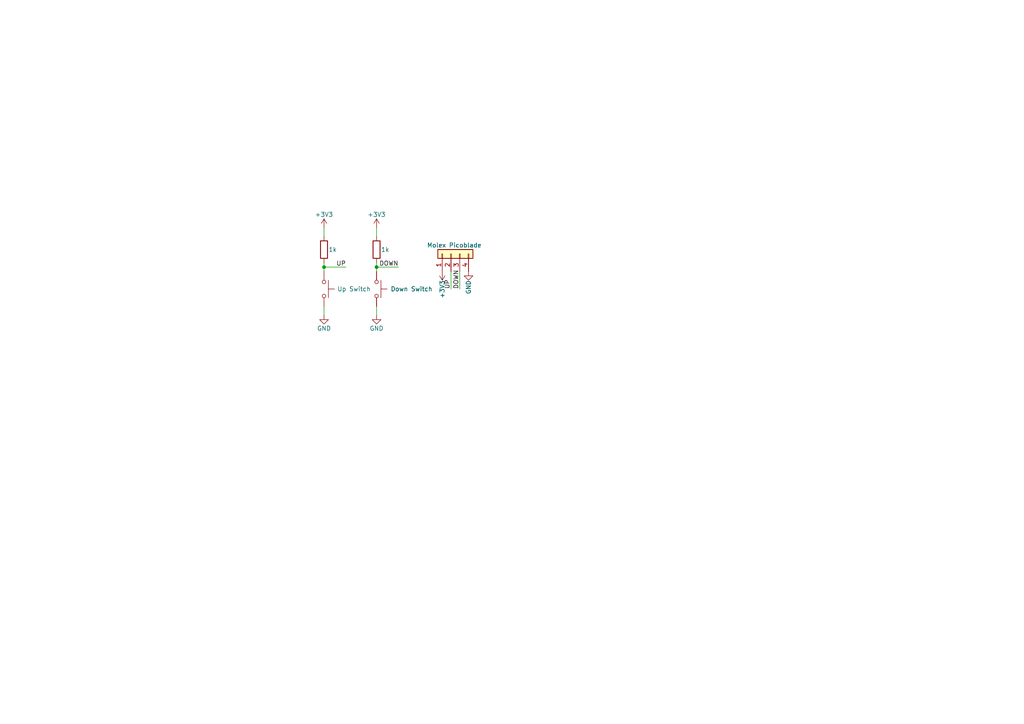
<source format=kicad_sch>
(kicad_sch (version 20230121) (generator eeschema)
  (paper "A4")
  (lib_symbols
    (symbol "Connector_Generic:Conn_01x04" (pin_names (offset 1.016) hide)
      (property "Reference" "J" (at 0 5.08 0))
      (property "Value" "Conn_01x04" (at 0 -7.62 0))
      (symbol "Conn_01x04_1_1"
        (rectangle (start -1.27 -4.953) (end 0 -5.207) (stroke (width 0.1524)))
        (rectangle (start -1.27 -2.413) (end 0 -2.667) (stroke (width 0.1524)))
        (rectangle (start -1.27 0.127) (end 0 -0.127) (stroke (width 0.1524)))
        (rectangle (start -1.27 2.667) (end 0 2.413) (stroke (width 0.1524)))
        (rectangle (start -1.27 3.81) (end 1.27 -6.35) (stroke (width 0.254)) (fill (type background)))
        (pin passive line (at -5.08 2.54 0) (length 3.81) (name "Pin_1") (number "1"))
        (pin passive line (at -5.08 0 0) (length 3.81) (name "Pin_2") (number "2"))
        (pin passive line (at -5.08 -2.54 0) (length 3.81) (name "Pin_3") (number "3"))
        (pin passive line (at -5.08 -5.08 0) (length 3.81) (name "Pin_4") (number "4"))
      )
    )
    (symbol "Device:R" (pin_numbers hide) (pin_names (offset 0))
      (property "Reference" "R" (at 2.032 0 90))
      (property "Value" "R" (at 0 0 90))
      (symbol "R_0_1"
        (rectangle (start -1.016 -2.54) (end 1.016 2.54) (stroke (width 0.254)))
      )
      (symbol "R_1_1"
        (pin passive line (at 0 3.81 270) (length 1.27) (name "~") (number "1"))
        (pin passive line (at 0 -3.81 90) (length 1.27) (name "~") (number "2"))
      )
    )
    (symbol "Switch:SW_Push" (pin_numbers hide) (pin_names (offset 1.016) hide)
      (property "Reference" "SW" (at 1.27 2.54 0))
      (property "Value" "SW_Push" (at 0 -1.524 0))
      (symbol "SW_Push_0_1"
        (circle (center -2.032 0) (radius 0.508))
        (polyline (pts (xy 0 1.27) (xy 0 3.048)))
        (polyline (pts (xy 2.54 1.27) (xy -2.54 1.27)))
        (circle (center 2.032 0) (radius 0.508))
        (pin passive line (at -5.08 0 0) (length 2.54) (name "1") (number "1"))
        (pin passive line (at 5.08 0 180) (length 2.54) (name "2") (number "2"))
      )
    )
    (symbol "power:+3V3" (power) (pin_names (offset 0))
      (property "Value" "+3V3" (at 0 3.556 0))
      (symbol "+3V3_0_1"
        (polyline (pts (xy -0.762 1.27) (xy 0 2.54)))
        (polyline (pts (xy 0 0) (xy 0 2.54)))
        (polyline (pts (xy 0 2.54) (xy 0.762 1.27)))
      )
      (symbol "+3V3_1_1"
        (pin power_in line (at 0 0 90) (length 0) hide (name "+3V3") (number "1"))
      )
    )
    (symbol "power:GND" (power) (pin_names (offset 0))
      (property "Value" "GND" (at 0 -3.81 0))
      (symbol "GND_0_1"
        (polyline (pts (xy 0 0) (xy 0 -1.27) (xy 1.27 -1.27) (xy 0 -2.54) (xy -1.27 -1.27) (xy 0 -1.27)))
      )
      (symbol "GND_1_1"
        (pin power_in line (at 0 0 270) (length 0) hide (name "GND") (number "1"))
      )
    )
  )
  (junction (at 93.98 77.47))
  (junction (at 109.22 77.47))
  (wire (pts (xy 109.22 88.9) (xy 109.22 91.44)))
  (wire (pts (xy 93.98 76.2) (xy 93.98 77.47)))
  (wire (pts (xy 133.35 78.74) (xy 133.35 83.82)))
  (wire (pts (xy 130.81 78.74) (xy 130.81 83.82)))
  (wire (pts (xy 93.98 88.9) (xy 93.98 91.44)))
  (wire (pts (xy 109.22 77.47) (xy 109.22 78.74)))
  (wire (pts (xy 93.98 66.04) (xy 93.98 68.58)))
  (wire (pts (xy 93.98 77.47) (xy 93.98 78.74)))
  (wire (pts (xy 109.22 77.47) (xy 115.57 77.47)))
  (wire (pts (xy 109.22 66.04) (xy 109.22 68.58)))
  (wire (pts (xy 109.22 76.2) (xy 109.22 77.47)))
  (wire (pts (xy 93.98 77.47) (xy 100.33 77.47)))
  (label "DOWN" (at 115.57 77.47 180))
  (label "UP" (at 100.33 77.47 180))
  (label "UP" (at 130.81 83.82 90))
  (label "DOWN" (at 133.35 83.82 90))
  (symbol (lib_id "power:GND") (at 93.98 91.44 0) (unit 1)
    (property "Reference" "#PWR03" (effects hide))
    (property "Value" "GND" (at 93.98 95.25 0))
  )
  (symbol (lib_id "Device:R") (at 109.22 72.39 0) (unit 1)
    (property "Reference" "R4" (effects hide))
    (property "Value" "1k" (at 110.49 72.39 0) (effects (justify left)))
    (property "Footprint" "Resistor_SMD:R_1206_3216Metric" (effects hide))
  )
  (symbol (lib_id "power:+3V3") (at 109.22 66.04 0) (unit 1)
    (property "Reference" "#PWR02" (effects hide))
    (property "Value" "+3V3" (at 109.22 62.23 0))
  )
  (symbol (lib_id "Switch:SW_Push") (at 109.22 83.82 270) (unit 1)
    (property "Reference" "DOWN2" (effects hide))
    (property "Value" "Down Switch" (at 119.38 83.82 90))
    (property "Footprint" "Button_Switch_Keyboard:SW_Cherry_MX_1.00u_PCB" (effects hide))
  )
  (symbol (lib_id "power:+3V3") (at 93.98 66.04 0) (unit 1)
    (property "Reference" "#PWR01" (effects hide))
    (property "Value" "+3V3" (at 93.98 62.23 0))
  )
  (symbol (lib_id "Switch:SW_Push") (at 93.98 83.82 270) (unit 1)
    (property "Reference" "UP2" (effects hide))
    (property "Value" "Up Switch" (at 97.79 83.82 90) (effects (justify left)))
    (property "Footprint" "Button_Switch_Keyboard:SW_Cherry_MX_1.00u_PCB" (effects hide))
  )
  (symbol (lib_id "power:GND") (at 109.22 91.44 0) (unit 1)
    (property "Reference" "#PWR04" (effects hide))
    (property "Value" "GND" (at 109.22 95.25 0))
  )
  (symbol (lib_id "power:+3V3") (at 128.27 78.74 180) (unit 1)
    (property "Reference" "#PWR05" (effects hide))
    (property "Value" "+3V3" (at 128.27 81.28 90) (effects (justify left)))
  )
  (symbol (lib_id "Connector_Generic:Conn_01x04") (at 130.81 73.66 90) (unit 1)
    (property "Reference" "Molex2" (effects hide))
    (property "Value" "Molex Picoblade" (at 139.7 71.12 90) (effects (justify left)))
    (property "Footprint" "Connector_Molex:Molex_PicoBlade_53048-0410_1x04_P1.25mm_Horizontal" (effects hide))
  )
  (symbol (lib_id "power:GND") (at 135.89 78.74 0) (unit 1)
    (property "Reference" "#PWR06" (effects hide))
    (property "Value" "GND" (at 135.89 81.28 90) (effects (justify right)))
  )
  (symbol (lib_id "Device:R") (at 93.98 72.39 0) (unit 1)
    (property "Reference" "R3" (effects hide))
    (property "Value" "1k" (at 95.25 72.39 0) (effects (justify left)))
    (property "Footprint" "Resistor_SMD:R_1206_3216Metric" (effects hide))
  )
)
</source>
